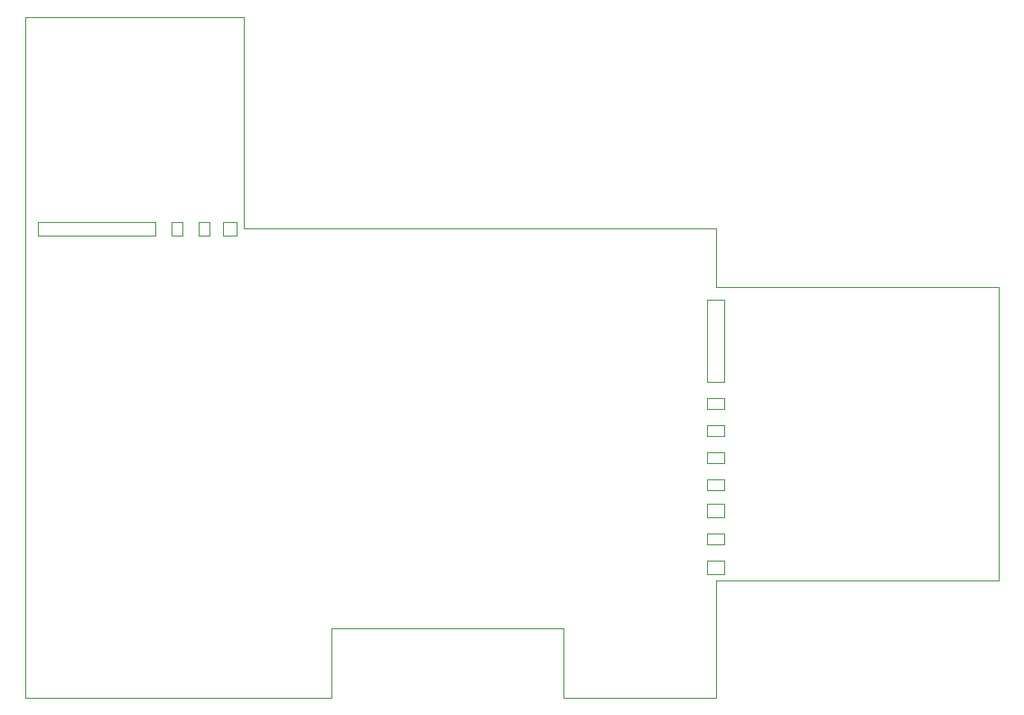
<source format=gbr>
%TF.GenerationSoftware,KiCad,Pcbnew,7.0.1*%
%TF.CreationDate,2023-04-28T21:22:04+03:00*%
%TF.ProjectId,leanometer_esp32,6c65616e-6f6d-4657-9465-725f65737033,R1*%
%TF.SameCoordinates,Original*%
%TF.FileFunction,Profile,NP*%
%FSLAX46Y46*%
G04 Gerber Fmt 4.6, Leading zero omitted, Abs format (unit mm)*
G04 Created by KiCad (PCBNEW 7.0.1) date 2023-04-28 21:22:04*
%MOMM*%
%LPD*%
G01*
G04 APERTURE LIST*
%TA.AperFunction,Profile*%
%ADD10C,0.100000*%
%TD*%
G04 APERTURE END LIST*
D10*
X192362000Y-114368000D02*
X165862000Y-114368000D01*
X165862000Y-114368000D02*
X165862000Y-125349000D01*
X101039000Y-81330000D02*
X101039000Y-125349000D01*
X165862000Y-81330000D02*
X165862000Y-86868000D01*
X121539000Y-61580000D02*
X121539000Y-81330000D01*
X121539000Y-81330000D02*
X165862000Y-81330000D01*
X117348000Y-80772000D02*
X118364000Y-80772000D01*
X118364000Y-82042000D01*
X117348000Y-82042000D01*
X117348000Y-80772000D01*
X192362000Y-86868000D02*
X192362000Y-114368000D01*
X164973000Y-97282000D02*
X166624000Y-97282000D01*
X166624000Y-98298000D01*
X164973000Y-98298000D01*
X164973000Y-97282000D01*
X164973000Y-99822000D02*
X166624000Y-99822000D01*
X166624000Y-100838000D01*
X164973000Y-100838000D01*
X164973000Y-99822000D01*
X114808000Y-80772000D02*
X115824000Y-80772000D01*
X115824000Y-82042000D01*
X114808000Y-82042000D01*
X114808000Y-80772000D01*
X101039000Y-125349000D02*
X129794000Y-125349000D01*
X164973000Y-112522000D02*
X166624000Y-112522000D01*
X166624000Y-113792000D01*
X164973000Y-113792000D01*
X164973000Y-112522000D01*
X102235000Y-80772000D02*
X113284000Y-80772000D01*
X113284000Y-82042000D01*
X102235000Y-82042000D01*
X102235000Y-80772000D01*
X121539000Y-61580000D02*
X101039000Y-61580000D01*
X101039000Y-61580000D02*
X101039000Y-81330000D01*
X164973000Y-88011000D02*
X166624000Y-88011000D01*
X166624000Y-95758000D01*
X164973000Y-95758000D01*
X164973000Y-88011000D01*
X119634000Y-80772000D02*
X120904000Y-80772000D01*
X120904000Y-82042000D01*
X119634000Y-82042000D01*
X119634000Y-80772000D01*
X164973000Y-104902000D02*
X166624000Y-104902000D01*
X166624000Y-105918000D01*
X164973000Y-105918000D01*
X164973000Y-104902000D01*
X129794000Y-118872000D02*
X129794000Y-125349000D01*
X164973000Y-109982000D02*
X166624000Y-109982000D01*
X166624000Y-110998000D01*
X164973000Y-110998000D01*
X164973000Y-109982000D01*
X164973000Y-102362000D02*
X166624000Y-102362000D01*
X166624000Y-103378000D01*
X164973000Y-103378000D01*
X164973000Y-102362000D01*
X164973000Y-107188000D02*
X166624000Y-107188000D01*
X166624000Y-108458000D01*
X164973000Y-108458000D01*
X164973000Y-107188000D01*
X165862000Y-125349000D02*
X151511000Y-125349000D01*
X151511000Y-118872000D02*
X129794000Y-118872000D01*
X165862000Y-86868000D02*
X192362000Y-86868000D01*
X151511000Y-125349000D02*
X151511000Y-118872000D01*
M02*

</source>
